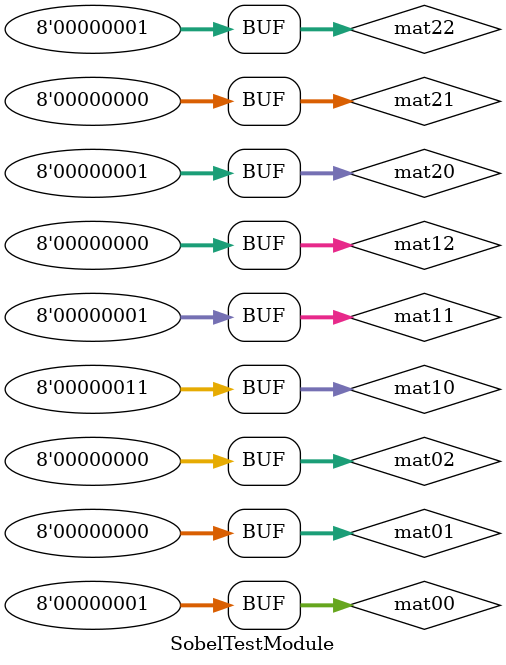
<source format=v>
`timescale 1ns / 1ps
module SobelTestModule;

	// Inputs
	reg [7:0] mat00;
	reg [7:0] mat01;
	reg [7:0] mat02;
	reg [7:0] mat10;
	reg [7:0] mat11;
	reg [7:0] mat12;
	reg [7:0] mat20;
	reg [7:0] mat21;
	reg [7:0] mat22;

	// Outputs
	wire out;

	// Instantiate the Unit Under Test (UUT)
	Sobel uut (
		.mat00(mat00), 
		.mat01(mat01), 
		.mat02(mat02), 
		.mat10(mat10), 
		.mat11(mat11), 
		.mat12(mat12), 
		.mat20(mat20), 
		.mat21(mat21), 
		.mat22(mat22), 
		.out(out)
	);

	initial begin
		// Initialize Inputs
		mat00 = 0;
		mat01 = 0;
		mat02 = 0;
		mat10 = 0;
		mat11 = 0;
		mat12 = 0;
		mat20 = 0;
		mat21 = 0;
		mat22 = 0;

		// Wait 100 ns for global reset to finish
		#100;
        
		// Add stimulus here
		
		mat00 = 1;
		mat01 = 1;
		mat02 = 2;
		mat10 = 3;
		mat11 = 1;
		mat12 = 5;
		mat20 = 1;
		mat21 = 2;
		mat22 = 1;
		
		#100;
		
		mat00 = 1;
		mat01 = 0;
		mat02 = 0;
		mat10 = 3;
		mat11 = 1;
		mat12 = 0;
		mat20 = 1;
		mat21 = 0;
		mat22 = 1;
		
		#100;
	end
      
endmodule


</source>
